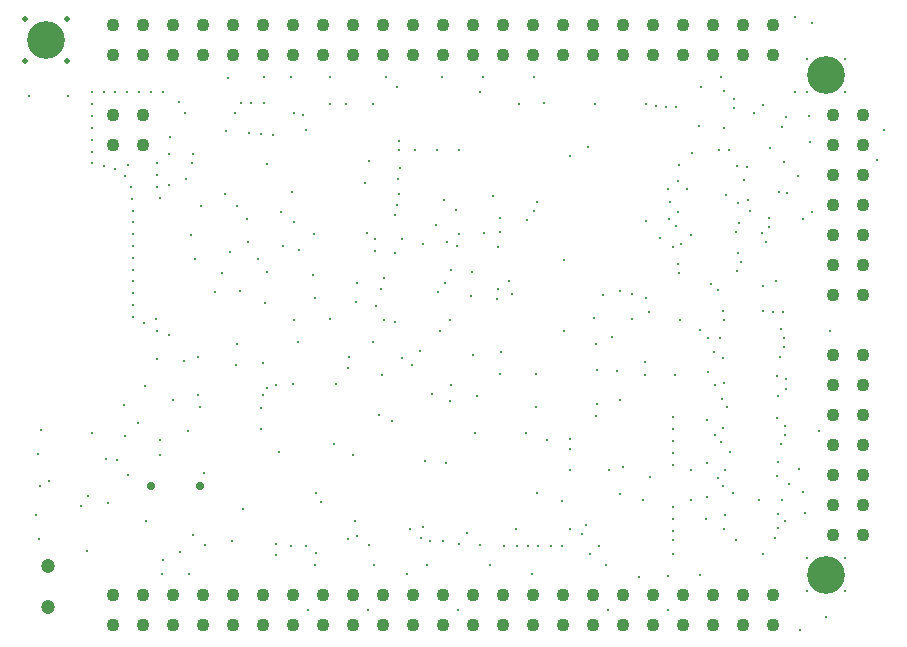
<source format=gbr>
%TF.GenerationSoftware,Altium Limited,Altium Designer,21.5.1 (32)*%
G04 Layer_Color=0*
%FSLAX45Y45*%
%MOMM*%
%TF.SameCoordinates,6D93875A-9943-4EB1-8E24-321CDD5DE8D5*%
%TF.FilePolarity,Positive*%
%TF.FileFunction,Plated,1,4,PTH,Drill*%
%TF.Part,Single*%
G01*
G75*
%TA.AperFunction,ComponentDrill*%
%ADD235C,1.10000*%
%ADD236C,1.10000*%
%ADD237C,3.20000*%
%ADD238C,1.20000*%
%TA.AperFunction,ViaDrill,NotFilled*%
%ADD239C,0.25000*%
%ADD240C,0.50000*%
%ADD241C,0.70000*%
D235*
X8128000Y2476800D02*
D03*
Y2222800D02*
D03*
Y1968800D02*
D03*
Y1714800D02*
D03*
Y1460800D02*
D03*
Y1206800D02*
D03*
Y952800D02*
D03*
X8382000Y2476800D02*
D03*
Y2222800D02*
D03*
Y1968800D02*
D03*
Y1714800D02*
D03*
Y1460800D02*
D03*
Y1206800D02*
D03*
Y952800D02*
D03*
X8128000Y4508800D02*
D03*
Y4254800D02*
D03*
Y4000800D02*
D03*
Y3746800D02*
D03*
Y3492800D02*
D03*
Y3238800D02*
D03*
Y2984800D02*
D03*
X8382000Y4508800D02*
D03*
Y4254800D02*
D03*
Y4000800D02*
D03*
Y3746800D02*
D03*
Y3492800D02*
D03*
Y3238800D02*
D03*
Y2984800D02*
D03*
D236*
X7620000Y444500D02*
D03*
X7366000D02*
D03*
X7112000D02*
D03*
X6858000D02*
D03*
X6604000D02*
D03*
X6350000D02*
D03*
X6096000D02*
D03*
X5842000D02*
D03*
X5588000D02*
D03*
X5334000D02*
D03*
X5080000D02*
D03*
X4826000D02*
D03*
X4572000D02*
D03*
X4318000D02*
D03*
X4064000D02*
D03*
X3810000D02*
D03*
X3556000D02*
D03*
X3302000D02*
D03*
X3048000D02*
D03*
X2794000D02*
D03*
X2540000D02*
D03*
X2286000D02*
D03*
X2032000D02*
D03*
X7620000Y190500D02*
D03*
X7366000D02*
D03*
X7112000D02*
D03*
X6858000D02*
D03*
X6604000D02*
D03*
X6350000D02*
D03*
X6096000D02*
D03*
X5842000D02*
D03*
X5588000D02*
D03*
X5334000D02*
D03*
X5080000D02*
D03*
X4826000D02*
D03*
X4572000D02*
D03*
X4318000D02*
D03*
X4064000D02*
D03*
X3810000D02*
D03*
X3556000D02*
D03*
X3302000D02*
D03*
X3048000D02*
D03*
X2794000D02*
D03*
X2540000D02*
D03*
X2286000D02*
D03*
X2032000D02*
D03*
X7620000Y5270500D02*
D03*
X7366000D02*
D03*
X7112000D02*
D03*
X6858000D02*
D03*
X6604000D02*
D03*
X6350000D02*
D03*
X6096000D02*
D03*
X5842000D02*
D03*
X5588000D02*
D03*
X5334000D02*
D03*
X5080000D02*
D03*
X4826000D02*
D03*
X4572000D02*
D03*
X4318000D02*
D03*
X4064000D02*
D03*
X3810000D02*
D03*
X3556000D02*
D03*
X3302000D02*
D03*
X3048000D02*
D03*
X2794000D02*
D03*
X2540000D02*
D03*
X2286000D02*
D03*
X2032000D02*
D03*
X7620000Y5016500D02*
D03*
X7366000D02*
D03*
X7112000D02*
D03*
X6858000D02*
D03*
X6604000D02*
D03*
X6350000D02*
D03*
X6096000D02*
D03*
X5842000D02*
D03*
X5588000D02*
D03*
X5334000D02*
D03*
X5080000D02*
D03*
X4826000D02*
D03*
X4572000D02*
D03*
X4318000D02*
D03*
X4064000D02*
D03*
X3810000D02*
D03*
X3556000D02*
D03*
X3302000D02*
D03*
X3048000D02*
D03*
X2794000D02*
D03*
X2540000D02*
D03*
X2286000D02*
D03*
X2032000D02*
D03*
Y4512400D02*
D03*
X2286000D02*
D03*
X2032000Y4258400D02*
D03*
X2286000D02*
D03*
D237*
X8064500Y615000D02*
D03*
Y4846000D02*
D03*
X1460500Y5143500D02*
D03*
D238*
X1480000Y345000D02*
D03*
Y695000D02*
D03*
D239*
X3540000Y860000D02*
D03*
X4019958Y920049D02*
D03*
X4080000Y1070000D02*
D03*
X4540000Y1000000D02*
D03*
X4091598Y945849D02*
D03*
X4199341Y869341D02*
D03*
X3750000Y800000D02*
D03*
X4717307Y899555D02*
D03*
X4888683Y3198019D02*
D03*
X4320000Y2770000D02*
D03*
X4780000Y3010000D02*
D03*
X6830000Y2770000D02*
D03*
X1380000Y1120000D02*
D03*
X1410000Y1370000D02*
D03*
X4415000Y2755000D02*
D03*
X6100000Y2790000D02*
D03*
X7889301Y1137694D02*
D03*
X7530000Y4590000D02*
D03*
X7248451Y4210232D02*
D03*
X3542445Y3860000D02*
D03*
X4177819Y3512330D02*
D03*
X4250504Y3461387D02*
D03*
X4450659Y3840659D02*
D03*
X4440000Y3970000D02*
D03*
X4460000Y4060000D02*
D03*
X4430000Y3750000D02*
D03*
X4959598Y3503168D02*
D03*
X4760167Y3578274D02*
D03*
X4857748Y3432721D02*
D03*
X4940000Y3400000D02*
D03*
X4936183Y3703817D02*
D03*
X7528431Y791568D02*
D03*
X7060000Y1560000D02*
D03*
Y1930000D02*
D03*
X4253595Y2895653D02*
D03*
X4090098Y2928585D02*
D03*
X2750000Y2460000D02*
D03*
X3438702Y1660022D02*
D03*
X4300000Y3040000D02*
D03*
X5070000Y3180000D02*
D03*
X6530000Y2310000D02*
D03*
X6320000Y2100000D02*
D03*
X3021664Y3349445D02*
D03*
X4200000Y4120000D02*
D03*
X7582500Y3638431D02*
D03*
Y3560000D02*
D03*
X7640000Y3100000D02*
D03*
X7194602Y1857811D02*
D03*
X7130000Y1800000D02*
D03*
X7180000Y1740000D02*
D03*
X5340000Y860000D02*
D03*
X4960000Y880000D02*
D03*
X4060000Y1630000D02*
D03*
X2295020Y2747532D02*
D03*
X2400000Y2680000D02*
D03*
X2390000Y2780000D02*
D03*
X3470000Y3400000D02*
D03*
X3110000Y4610000D02*
D03*
X5680000D02*
D03*
X5900000Y4160000D02*
D03*
X2160000Y1460000D02*
D03*
X2800000Y1480000D02*
D03*
X7200000Y4710000D02*
D03*
Y4400000D02*
D03*
X6992073Y4417746D02*
D03*
X7160000Y4210000D02*
D03*
X6930000Y4190000D02*
D03*
X7290000Y4570000D02*
D03*
Y4645000D02*
D03*
X7180000Y4830000D02*
D03*
X7680000Y2462500D02*
D03*
X6824877Y4085405D02*
D03*
X7310000Y3190000D02*
D03*
X7664046Y3857478D02*
D03*
X7423248Y3700072D02*
D03*
X7220000Y3830000D02*
D03*
X7368934Y3955000D02*
D03*
X7321460Y3760000D02*
D03*
X7409294Y3789233D02*
D03*
X7090000Y3080000D02*
D03*
X7320000Y3341432D02*
D03*
X6839381Y3418482D02*
D03*
X6770000Y3390000D02*
D03*
X6810000Y3250000D02*
D03*
X7300000Y3520000D02*
D03*
X7329038Y3599038D02*
D03*
X6920000Y3490000D02*
D03*
X7393527Y4071463D02*
D03*
X6893029Y3883548D02*
D03*
X6795832Y3565790D02*
D03*
X6810000Y3690000D02*
D03*
X7309341Y4081367D02*
D03*
X6710000Y4580000D02*
D03*
X6628683Y4581317D02*
D03*
X6792892Y4581097D02*
D03*
X4230000Y4602500D02*
D03*
X6110659Y4600659D02*
D03*
X5470000Y4600000D02*
D03*
X4000000Y4602500D02*
D03*
X6540012D02*
D03*
X7738396Y3847623D02*
D03*
X5594489Y3695511D02*
D03*
X5534110Y3623215D02*
D03*
X5620000Y3770000D02*
D03*
X5380000Y3100000D02*
D03*
X8224500Y755000D02*
D03*
Y475000D02*
D03*
X7904500D02*
D03*
Y755000D02*
D03*
X8224500Y4986000D02*
D03*
Y4706000D02*
D03*
X7904500D02*
D03*
Y4986000D02*
D03*
X7458486Y4529803D02*
D03*
X7800000Y4700000D02*
D03*
X7010000Y4750000D02*
D03*
X7152459Y3023777D02*
D03*
X7190000Y2850000D02*
D03*
X7730000Y4490000D02*
D03*
X8070000Y260000D02*
D03*
X6120000Y1960000D02*
D03*
X6130000Y2065000D02*
D03*
X6030000Y1040000D02*
D03*
X5900000Y1000000D02*
D03*
X5902500Y1500000D02*
D03*
Y1770000D02*
D03*
Y1681306D02*
D03*
X6000000Y960000D02*
D03*
X6140000Y860000D02*
D03*
X6070000Y790000D02*
D03*
X6770000Y1950000D02*
D03*
Y1850000D02*
D03*
Y1750000D02*
D03*
Y1650000D02*
D03*
Y1550000D02*
D03*
Y790000D02*
D03*
Y910000D02*
D03*
Y990000D02*
D03*
Y1090000D02*
D03*
Y1190000D02*
D03*
X6919342Y1500658D02*
D03*
X6730000Y610000D02*
D03*
X6919704Y1245676D02*
D03*
X6515758Y1253207D02*
D03*
X6530000Y2420000D02*
D03*
X2690072Y3495000D02*
D03*
X2772500Y3740000D02*
D03*
X2450000Y740000D02*
D03*
X1810000Y820000D02*
D03*
X2310000Y1075000D02*
D03*
X2597085Y810000D02*
D03*
X2710000Y950000D02*
D03*
X4520000Y620000D02*
D03*
X3302852Y2413636D02*
D03*
X3297210Y2135216D02*
D03*
X2540000Y2100000D02*
D03*
X2660000Y1830000D02*
D03*
X2750000Y2140000D02*
D03*
X2240000Y1898943D02*
D03*
X2130000Y1790000D02*
D03*
X1970000Y1600000D02*
D03*
X2670000Y620000D02*
D03*
X1760000Y1200000D02*
D03*
X1400000Y920000D02*
D03*
X1820000Y1280000D02*
D03*
X1390000Y1640000D02*
D03*
X2809904Y869806D02*
D03*
X1983392Y1222959D02*
D03*
X2440000Y620000D02*
D03*
X1420000Y1840000D02*
D03*
X1490000Y1410000D02*
D03*
X3172500Y3435000D02*
D03*
X7725255Y2269990D02*
D03*
X7728683Y2190000D02*
D03*
X7650000Y1940000D02*
D03*
X3550000Y2230000D02*
D03*
X7210000Y1120000D02*
D03*
X7189886Y1371546D02*
D03*
X7147613Y1433498D02*
D03*
X3410000Y780000D02*
D03*
X7754146Y1387500D02*
D03*
X7840000Y1510000D02*
D03*
X3060000Y4530000D02*
D03*
X7714497Y4115503D02*
D03*
X8007127Y1835937D02*
D03*
X3680000Y320000D02*
D03*
X4190000D02*
D03*
X6730000D02*
D03*
X6220000D02*
D03*
X4950000D02*
D03*
X4820000Y900000D02*
D03*
X5220000Y700000D02*
D03*
X5450000Y860000D02*
D03*
X5540000D02*
D03*
X5630000D02*
D03*
X5740000D02*
D03*
X5833349Y856652D02*
D03*
X2430000Y1760000D02*
D03*
X5700000Y1760000D02*
D03*
X4310625Y2310000D02*
D03*
X5312500Y2500000D02*
D03*
X5110000Y2130000D02*
D03*
X5409314Y2996103D02*
D03*
X2590000Y4620000D02*
D03*
X3560000Y2770000D02*
D03*
X3449341Y3689341D02*
D03*
X3720000Y3156916D02*
D03*
X7920000Y4500000D02*
D03*
X7590000Y4230000D02*
D03*
X7869341Y3630658D02*
D03*
X6420000Y2780000D02*
D03*
X6790000Y2310000D02*
D03*
X6125423Y2350275D02*
D03*
X5610000Y2040000D02*
D03*
X4731710Y2143472D02*
D03*
X3070000Y2390000D02*
D03*
X2769342Y2040663D02*
D03*
X3130000Y1170000D02*
D03*
X3280000Y1850000D02*
D03*
X2430000Y1630000D02*
D03*
X3660229Y857472D02*
D03*
X3790000Y1230000D02*
D03*
X3750434Y1306338D02*
D03*
X4878948Y2084181D02*
D03*
X5090000Y1820000D02*
D03*
X4670000Y1580000D02*
D03*
X4640000Y930000D02*
D03*
X5827091Y1237500D02*
D03*
X6575636Y1447653D02*
D03*
X6320000Y1300000D02*
D03*
X6660000Y3470000D02*
D03*
X7930000Y4280000D02*
D03*
X7691850Y4408150D02*
D03*
X5139606Y4700923D02*
D03*
X7522500Y3510000D02*
D03*
X4450000Y4290000D02*
D03*
X7530000Y2850000D02*
D03*
X7560000Y3435000D02*
D03*
X6730000Y3880000D02*
D03*
X7530000Y3060000D02*
D03*
X7350000Y3263302D02*
D03*
X7615265Y2845000D02*
D03*
X7700000D02*
D03*
X7200000Y2770000D02*
D03*
X7830000Y3990000D02*
D03*
X8100000Y2680000D02*
D03*
X7947678Y3690000D02*
D03*
X8561131Y4379489D02*
D03*
X8500000Y4130000D02*
D03*
X6820000Y3170000D02*
D03*
X7047500Y1090658D02*
D03*
X7120659Y2499341D02*
D03*
X3410000Y880000D02*
D03*
X4650239Y1021962D02*
D03*
X7070000Y2330000D02*
D03*
X7710806Y2623570D02*
D03*
X7687944Y2695000D02*
D03*
X7710715Y2548570D02*
D03*
X2430000Y3810000D02*
D03*
X2398709Y3902954D02*
D03*
X2500000Y2650000D02*
D03*
X2450000Y4700000D02*
D03*
X2350000D02*
D03*
X2250000D02*
D03*
X2150000D02*
D03*
X2050000D02*
D03*
X1950000D02*
D03*
X1850000D02*
D03*
Y4600000D02*
D03*
Y4500000D02*
D03*
Y4400000D02*
D03*
Y4300000D02*
D03*
Y4200000D02*
D03*
X2190000Y3800000D02*
D03*
X2200000Y3700000D02*
D03*
Y3600000D02*
D03*
X3159857Y3625738D02*
D03*
X2504246Y3914247D02*
D03*
X2502123Y4182123D02*
D03*
X2200000Y3500000D02*
D03*
X3180000Y4360000D02*
D03*
X2710000Y4180000D02*
D03*
X6746078Y3769460D02*
D03*
X6736236Y3630000D02*
D03*
X2400000Y4100000D02*
D03*
X2160000Y4090000D02*
D03*
X1850000Y4100000D02*
D03*
X2130000Y3990000D02*
D03*
X2180000Y3900000D02*
D03*
X2400000Y4000000D02*
D03*
X1950000Y4080000D02*
D03*
X2050000Y4050000D02*
D03*
X2200000Y3400000D02*
D03*
Y3300000D02*
D03*
Y3200000D02*
D03*
Y3100000D02*
D03*
Y3000000D02*
D03*
Y2900000D02*
D03*
Y2800000D02*
D03*
X6300000Y2340000D02*
D03*
X6225000Y1505000D02*
D03*
X6350000Y1530000D02*
D03*
X7060000Y1277400D02*
D03*
X6540000Y3610000D02*
D03*
X6810000Y3950000D02*
D03*
X5620000Y1310000D02*
D03*
X6540000Y2960000D02*
D03*
X5847500Y3281251D02*
D03*
X6420002Y2990002D02*
D03*
X6570000Y2840000D02*
D03*
X6320000Y3020000D02*
D03*
X6050000Y4240000D02*
D03*
X5307936Y3521386D02*
D03*
X5612500Y2320000D02*
D03*
X5528224Y1819925D02*
D03*
X5850000Y2680000D02*
D03*
X5310000Y2320000D02*
D03*
X5290000Y3390000D02*
D03*
X5170000Y3510000D02*
D03*
X7000000Y2690000D02*
D03*
X7070000Y2620000D02*
D03*
X6200000Y700000D02*
D03*
X6999895Y614807D02*
D03*
X4890000Y2220000D02*
D03*
X4283724Y1969697D02*
D03*
X3279307Y2030000D02*
D03*
X3334999Y2200000D02*
D03*
X3406530Y2222547D02*
D03*
X5080000Y2480000D02*
D03*
X4230625Y2590000D02*
D03*
X3598750Y2591250D02*
D03*
X3920000Y2230000D02*
D03*
X6250000Y2630000D02*
D03*
X3101353Y3020000D02*
D03*
X3320000Y2920000D02*
D03*
X3740000Y2960000D02*
D03*
X3900000Y1720000D02*
D03*
X4390000Y1920000D02*
D03*
X4020000Y2370459D02*
D03*
X4850000Y1560000D02*
D03*
X7649985Y2299995D02*
D03*
X6177130Y2982870D02*
D03*
X3006652Y4826652D02*
D03*
X4030000Y2460000D02*
D03*
X4560000Y2390000D02*
D03*
X4480000Y2450000D02*
D03*
X4627500Y2507500D02*
D03*
X6480000Y600000D02*
D03*
X4092500Y3090000D02*
D03*
X3862500Y2780000D02*
D03*
X1650000Y4670000D02*
D03*
X2700000Y4100000D02*
D03*
X3560000Y3600000D02*
D03*
X2982500Y4370000D02*
D03*
X2950000Y3170000D02*
D03*
X7130000Y2220000D02*
D03*
X7720000Y1880000D02*
D03*
X7659985Y1129998D02*
D03*
X7169986Y2619995D02*
D03*
X7205153Y2243440D02*
D03*
X7689985Y1249997D02*
D03*
X7660000Y1570000D02*
D03*
X7209986Y1499997D02*
D03*
X3310000Y4610000D02*
D03*
X3560000Y4530000D02*
D03*
X3870000Y4602500D02*
D03*
X5140000Y870000D02*
D03*
X7250000Y1660000D02*
D03*
X7189986Y2449995D02*
D03*
X7229986Y2039996D02*
D03*
X7659985Y2129996D02*
D03*
X7687327Y1726203D02*
D03*
X7300000Y910000D02*
D03*
X7659985Y1009998D02*
D03*
X7870000Y1320000D02*
D03*
X7280000Y1307500D02*
D03*
X3330000Y3180000D02*
D03*
X4420000Y3340000D02*
D03*
X4420000Y3660000D02*
D03*
X3330000Y4097503D02*
D03*
X3280000Y4350000D02*
D03*
X3730000Y3500000D02*
D03*
X2980000Y3840000D02*
D03*
X3380000Y4340000D02*
D03*
X3660000Y4380000D02*
D03*
X4480000Y3460000D02*
D03*
X3260000Y3290000D02*
D03*
X3080000Y3740000D02*
D03*
X1320000Y4670000D02*
D03*
X6120000Y2570000D02*
D03*
X4650000Y3420000D02*
D03*
X7649985Y1449997D02*
D03*
X7945208Y5287588D02*
D03*
X2650000Y3970000D02*
D03*
X3200000Y4610000D02*
D03*
X4434292Y4747500D02*
D03*
X3040000Y900000D02*
D03*
X4811250Y4830000D02*
D03*
X2508228Y4323171D02*
D03*
X4590000Y4210000D02*
D03*
X2640000Y4530000D02*
D03*
X3077354Y2569391D02*
D03*
X2062644Y1591929D02*
D03*
X5590000Y4830000D02*
D03*
X4340000D02*
D03*
X3870000D02*
D03*
X3540000D02*
D03*
X3310000D02*
D03*
X3640000Y4510000D02*
D03*
X5160000Y4830000D02*
D03*
X4770000Y4210000D02*
D03*
X5440000Y1002500D02*
D03*
X5030000Y970000D02*
D03*
X5580000Y620000D02*
D03*
X2119640Y2050360D02*
D03*
X2300573Y2211071D02*
D03*
X7800000Y5340000D02*
D03*
X7502500Y1252366D02*
D03*
X7181317Y2108683D02*
D03*
X7200000Y1000000D02*
D03*
X4249991Y3359993D02*
D03*
X4160000Y3930000D02*
D03*
X7720000Y1800000D02*
D03*
X7719985Y1069998D02*
D03*
X7630000Y930000D02*
D03*
X5286249Y3033751D02*
D03*
X5280000Y2950000D02*
D03*
X4829990Y3789992D02*
D03*
X3600000Y3370000D02*
D03*
X2727310Y3290000D02*
D03*
X4453075Y4211807D02*
D03*
X4960000Y4210000D02*
D03*
X5310000Y3640000D02*
D03*
X7850000Y150000D02*
D03*
X1850000Y1820000D02*
D03*
X2400000Y2440000D02*
D03*
X2630000Y2430000D02*
D03*
X4240000Y700000D02*
D03*
X4320000Y3130000D02*
D03*
X4840000Y3085003D02*
D03*
X5060000Y2980003D02*
D03*
X4880000Y2770000D02*
D03*
X4690000Y700000D02*
D03*
X3740000D02*
D03*
X4800000Y2680000D02*
D03*
X2890000Y3010000D02*
D03*
X5250000Y3820000D02*
D03*
D240*
X1640484Y5323500D02*
D03*
X1640988Y4963500D02*
D03*
X1280500D02*
D03*
Y5323500D02*
D03*
D241*
X2350000Y1370000D02*
D03*
X2770000D02*
D03*
%TF.MD5,8f4fc7e2b621b7b8f1b5add865a3707e*%
M02*

</source>
